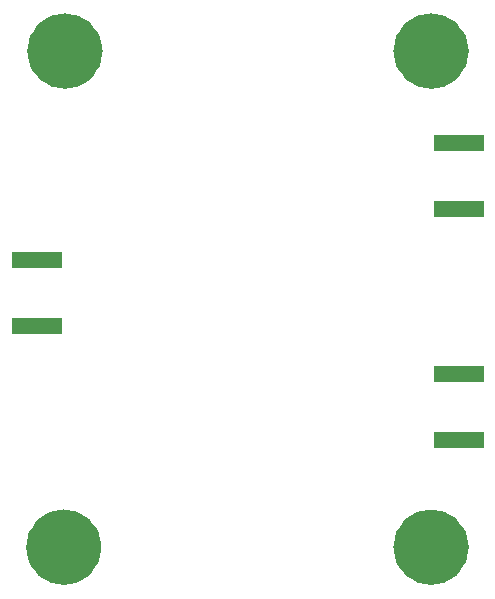
<source format=gbr>
G04 #@! TF.GenerationSoftware,KiCad,Pcbnew,(6.0.4)*
G04 #@! TF.CreationDate,2022-07-08T01:04:45-04:00*
G04 #@! TF.ProjectId,power_divider,706f7765-725f-4646-9976-696465722e6b,Version 2*
G04 #@! TF.SameCoordinates,Original*
G04 #@! TF.FileFunction,Soldermask,Bot*
G04 #@! TF.FilePolarity,Negative*
%FSLAX46Y46*%
G04 Gerber Fmt 4.6, Leading zero omitted, Abs format (unit mm)*
G04 Created by KiCad (PCBNEW (6.0.4)) date 2022-07-08 01:04:45*
%MOMM*%
%LPD*%
G01*
G04 APERTURE LIST*
%ADD10C,3.175465*%
%ADD11R,4.200000X1.350000*%
G04 APERTURE END LIST*
D10*
X152587732Y-57000000D02*
G75*
G03*
X152587732Y-57000000I-1587732J0D01*
G01*
X121487267Y-99000000D02*
G75*
G03*
X121487267Y-99000000I-1587732J0D01*
G01*
X152587732Y-99000000D02*
G75*
G03*
X152587732Y-99000000I-1587732J0D01*
G01*
X121587732Y-57000000D02*
G75*
G03*
X121587732Y-57000000I-1587732J0D01*
G01*
D11*
G04 #@! TO.C,J3*
X153325500Y-89947000D03*
X153325500Y-84297000D03*
G04 #@! TD*
G04 #@! TO.C,J1*
X117602000Y-80295000D03*
X117602000Y-74645000D03*
G04 #@! TD*
G04 #@! TO.C,J2*
X153325500Y-64739000D03*
X153325500Y-70389000D03*
G04 #@! TD*
M02*

</source>
